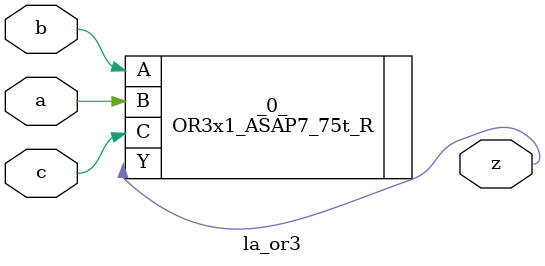
<source format=v>

/* Generated by Yosys 0.44 (git sha1 80ba43d26, g++ 11.4.0-1ubuntu1~22.04 -fPIC -O3) */

(* top =  1  *)
(* src = "generated" *)
(* keep_hierarchy *)
module la_or3 (
    a,
    b,
    c,
    z
);
  (* src = "generated" *)
  input a;
  wire a;
  (* src = "generated" *)
  input b;
  wire b;
  (* src = "generated" *)
  input c;
  wire c;
  (* src = "generated" *)
  output z;
  wire z;
  OR3x1_ASAP7_75t_R _0_ (
      .A(b),
      .B(a),
      .C(c),
      .Y(z)
  );
endmodule

</source>
